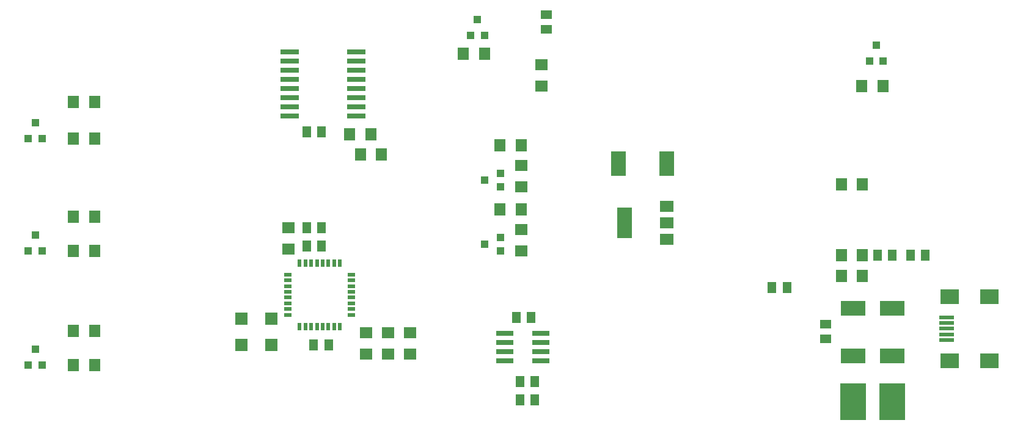
<source format=gbr>
%FSLAX34Y34*%
%MOMM*%
%LNSMDMASK_BOTTOM*%
G71*
G01*
%ADD10R, 0.500X1.000*%
%ADD11R, 1.000X0.500*%
%ADD12R, 2.600X0.800*%
%ADD13R, 2.400X0.800*%
%ADD14R, 2.500X2.000*%
%ADD15R, 2.000X0.500*%
%ADD16R, 3.600X5.200*%
%ADD17R, 3.500X2.000*%
%ADD18R, 1.500X1.200*%
%ADD19R, 1.200X1.500*%
%ADD20R, 1.800X1.500*%
%ADD21R, 1.500X1.800*%
%ADD22R, 1.700X1.800*%
%ADD23R, 1.100X1.100*%
%ADD24R, 1.900X1.500*%
%ADD25R, 2.100X4.200*%
%ADD26R, 2.000X3.500*%
%LPD*%
X525775Y194150D02*
G54D10*
D03*
X517775Y194150D02*
G54D10*
D03*
X509775Y194150D02*
G54D10*
D03*
X501775Y194150D02*
G54D10*
D03*
X493775Y194150D02*
G54D10*
D03*
X485775Y194150D02*
G54D10*
D03*
X477775Y194150D02*
G54D10*
D03*
X469775Y194150D02*
G54D10*
D03*
X525775Y282150D02*
G54D10*
D03*
X517775Y282150D02*
G54D10*
D03*
X509775Y282150D02*
G54D10*
D03*
X501775Y282150D02*
G54D10*
D03*
X493775Y282150D02*
G54D10*
D03*
X485775Y282150D02*
G54D10*
D03*
X477775Y282150D02*
G54D10*
D03*
X469775Y282150D02*
G54D10*
D03*
X453775Y210150D02*
G54D11*
D03*
X453775Y218150D02*
G54D11*
D03*
X453775Y226150D02*
G54D11*
D03*
X453775Y234150D02*
G54D11*
D03*
X453775Y242150D02*
G54D11*
D03*
X453775Y250150D02*
G54D11*
D03*
X453775Y258150D02*
G54D11*
D03*
X453775Y266150D02*
G54D11*
D03*
X541775Y210150D02*
G54D11*
D03*
X541775Y218150D02*
G54D11*
D03*
X541775Y226150D02*
G54D11*
D03*
X541775Y234150D02*
G54D11*
D03*
X541775Y242150D02*
G54D11*
D03*
X541775Y250150D02*
G54D11*
D03*
X541775Y258150D02*
G54D11*
D03*
X541775Y266150D02*
G54D11*
D03*
X455925Y486250D02*
G54D12*
D03*
X455925Y498950D02*
G54D12*
D03*
X455925Y511650D02*
G54D12*
D03*
X455925Y524350D02*
G54D12*
D03*
X455925Y537050D02*
G54D12*
D03*
X455925Y549750D02*
G54D12*
D03*
X455925Y562450D02*
G54D12*
D03*
X455925Y575150D02*
G54D12*
D03*
X547925Y575150D02*
G54D12*
D03*
X547925Y562450D02*
G54D12*
D03*
X547925Y549750D02*
G54D12*
D03*
X547925Y537050D02*
G54D12*
D03*
X547925Y524350D02*
G54D12*
D03*
X547925Y511650D02*
G54D12*
D03*
X547925Y498950D02*
G54D12*
D03*
X547925Y486250D02*
G54D12*
D03*
X754375Y146525D02*
G54D13*
D03*
X754375Y159225D02*
G54D13*
D03*
X754375Y171925D02*
G54D13*
D03*
X754375Y184625D02*
G54D13*
D03*
X804375Y184625D02*
G54D13*
D03*
X804375Y171925D02*
G54D13*
D03*
X804375Y159225D02*
G54D13*
D03*
X804375Y146525D02*
G54D13*
D03*
X1370325Y235425D02*
G54D14*
D03*
X1425825Y235425D02*
G54D14*
D03*
X1370325Y146425D02*
G54D14*
D03*
X1425825Y146425D02*
G54D14*
D03*
X1365838Y174969D02*
G54D15*
D03*
X1365838Y206969D02*
G54D15*
D03*
X1365838Y198969D02*
G54D15*
D03*
X1365838Y190969D02*
G54D15*
D03*
X1365838Y182969D02*
G54D15*
D03*
X1236975Y89375D02*
G54D16*
D03*
X1290950Y89375D02*
G54D16*
D03*
X1290950Y152875D02*
G54D17*
D03*
X1290950Y219550D02*
G54D17*
D03*
X1236975Y152875D02*
G54D17*
D03*
X1236975Y219550D02*
G54D17*
D03*
X1198875Y176688D02*
G54D18*
D03*
X1198875Y197288D02*
G54D18*
D03*
X795650Y92550D02*
G54D19*
D03*
X775050Y92550D02*
G54D19*
D03*
X795650Y117950D02*
G54D19*
D03*
X775050Y117950D02*
G54D19*
D03*
X770250Y206850D02*
G54D19*
D03*
X790850Y206850D02*
G54D19*
D03*
X500375Y464025D02*
G54D19*
D03*
X479775Y464025D02*
G54D19*
D03*
X509900Y168750D02*
G54D19*
D03*
X489300Y168750D02*
G54D19*
D03*
X500375Y305275D02*
G54D19*
D03*
X479775Y305275D02*
G54D19*
D03*
X500338Y330675D02*
G54D19*
D03*
X479738Y330675D02*
G54D19*
D03*
X1144862Y248125D02*
G54D19*
D03*
X1124262Y248125D02*
G54D19*
D03*
X811525Y626585D02*
G54D18*
D03*
X811525Y605985D02*
G54D18*
D03*
X1290950Y292575D02*
G54D19*
D03*
X1270350Y292575D02*
G54D19*
D03*
X1336988Y292575D02*
G54D19*
D03*
X1316388Y292575D02*
G54D19*
D03*
X592450Y156050D02*
G54D20*
D03*
X592450Y185418D02*
G54D20*
D03*
X583242Y432275D02*
G54D21*
D03*
X553874Y432275D02*
G54D21*
D03*
X568638Y460850D02*
G54D21*
D03*
X539270Y460850D02*
G54D21*
D03*
X725800Y571975D02*
G54D21*
D03*
X696432Y571975D02*
G54D21*
D03*
X186050Y505300D02*
G54D21*
D03*
X156682Y505300D02*
G54D21*
D03*
X186050Y346550D02*
G54D21*
D03*
X156682Y346550D02*
G54D21*
D03*
X186050Y187800D02*
G54D21*
D03*
X156682Y187800D02*
G54D21*
D03*
X776600Y356075D02*
G54D21*
D03*
X747232Y356075D02*
G54D21*
D03*
X776600Y298925D02*
G54D20*
D03*
X776600Y328293D02*
G54D20*
D03*
X622612Y156050D02*
G54D20*
D03*
X622612Y185418D02*
G54D20*
D03*
X186050Y454500D02*
G54D21*
D03*
X156682Y454500D02*
G54D21*
D03*
X454338Y330675D02*
G54D20*
D03*
X454338Y301307D02*
G54D20*
D03*
X186050Y298925D02*
G54D21*
D03*
X156682Y298925D02*
G54D21*
D03*
X776600Y444975D02*
G54D21*
D03*
X747232Y444975D02*
G54D21*
D03*
X776600Y387825D02*
G54D20*
D03*
X776600Y417193D02*
G54D20*
D03*
X562288Y156050D02*
G54D20*
D03*
X562288Y185418D02*
G54D20*
D03*
X186050Y140175D02*
G54D21*
D03*
X156682Y140175D02*
G54D21*
D03*
X1278250Y527525D02*
G54D21*
D03*
X1248882Y527525D02*
G54D21*
D03*
X1249675Y292575D02*
G54D21*
D03*
X1220307Y292575D02*
G54D21*
D03*
X1249675Y264000D02*
G54D21*
D03*
X1220307Y264000D02*
G54D21*
D03*
X1249675Y391000D02*
G54D21*
D03*
X1220307Y391000D02*
G54D21*
D03*
X805175Y527525D02*
G54D20*
D03*
X805175Y556893D02*
G54D20*
D03*
X430525Y168750D02*
G54D22*
D03*
X389250Y168750D02*
G54D22*
D03*
X430525Y205262D02*
G54D22*
D03*
X389250Y205262D02*
G54D22*
D03*
X706750Y597375D02*
G54D23*
D03*
X725750Y597375D02*
G54D23*
D03*
X716250Y619575D02*
G54D23*
D03*
X93975Y454500D02*
G54D23*
D03*
X112975Y454500D02*
G54D23*
D03*
X103475Y476700D02*
G54D23*
D03*
X748025Y298925D02*
G54D23*
D03*
X748025Y317925D02*
G54D23*
D03*
X725825Y308425D02*
G54D23*
D03*
X93975Y298925D02*
G54D23*
D03*
X112975Y298925D02*
G54D23*
D03*
X103475Y321125D02*
G54D23*
D03*
X748025Y387825D02*
G54D23*
D03*
X748025Y406825D02*
G54D23*
D03*
X725825Y397325D02*
G54D23*
D03*
X93975Y140175D02*
G54D23*
D03*
X112975Y140175D02*
G54D23*
D03*
X103475Y162375D02*
G54D23*
D03*
X1259200Y562450D02*
G54D23*
D03*
X1278200Y562450D02*
G54D23*
D03*
X1268700Y584650D02*
G54D23*
D03*
X978212Y360838D02*
G54D24*
D03*
X978312Y337838D02*
G54D24*
D03*
X978312Y314838D02*
G54D24*
D03*
X919612Y337738D02*
G54D25*
D03*
X911538Y419575D02*
G54D26*
D03*
X978212Y419575D02*
G54D26*
D03*
M02*

</source>
